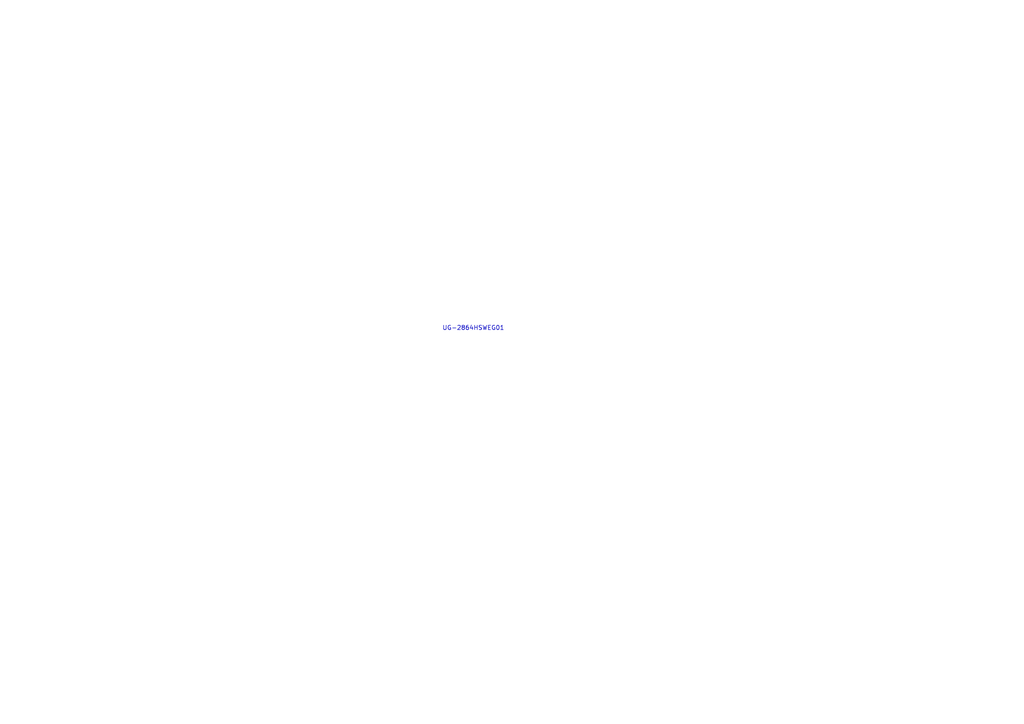
<source format=kicad_sch>
(kicad_sch (version 20230121) (generator eeschema)
  (paper "A4")
  (lib_symbols)
  (text "UG-2864HSWEG01\n" (at 128.27 96.012 0) (effects (font (size 1.27 1.27)) (justify left bottom)))
)
</source>
